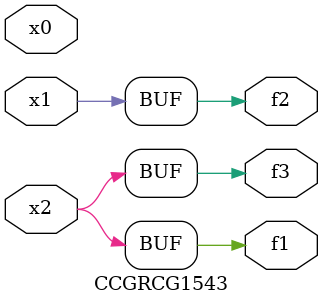
<source format=v>
module CCGRCG1543(
	input x0, x1, x2,
	output f1, f2, f3
);
	assign f1 = x2;
	assign f2 = x1;
	assign f3 = x2;
endmodule

</source>
